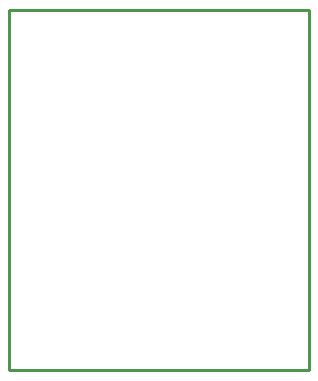
<source format=gko>
G04 Layer_Color=16711935*
%FSLAX24Y24*%
%MOIN*%
G70*
G01*
G75*
%ADD12C,0.0100*%
D12*
X0Y0D02*
Y12000D01*
Y0D02*
X10000D01*
X0Y12000D02*
X10000D01*
Y0D02*
Y12000D01*
M02*

</source>
